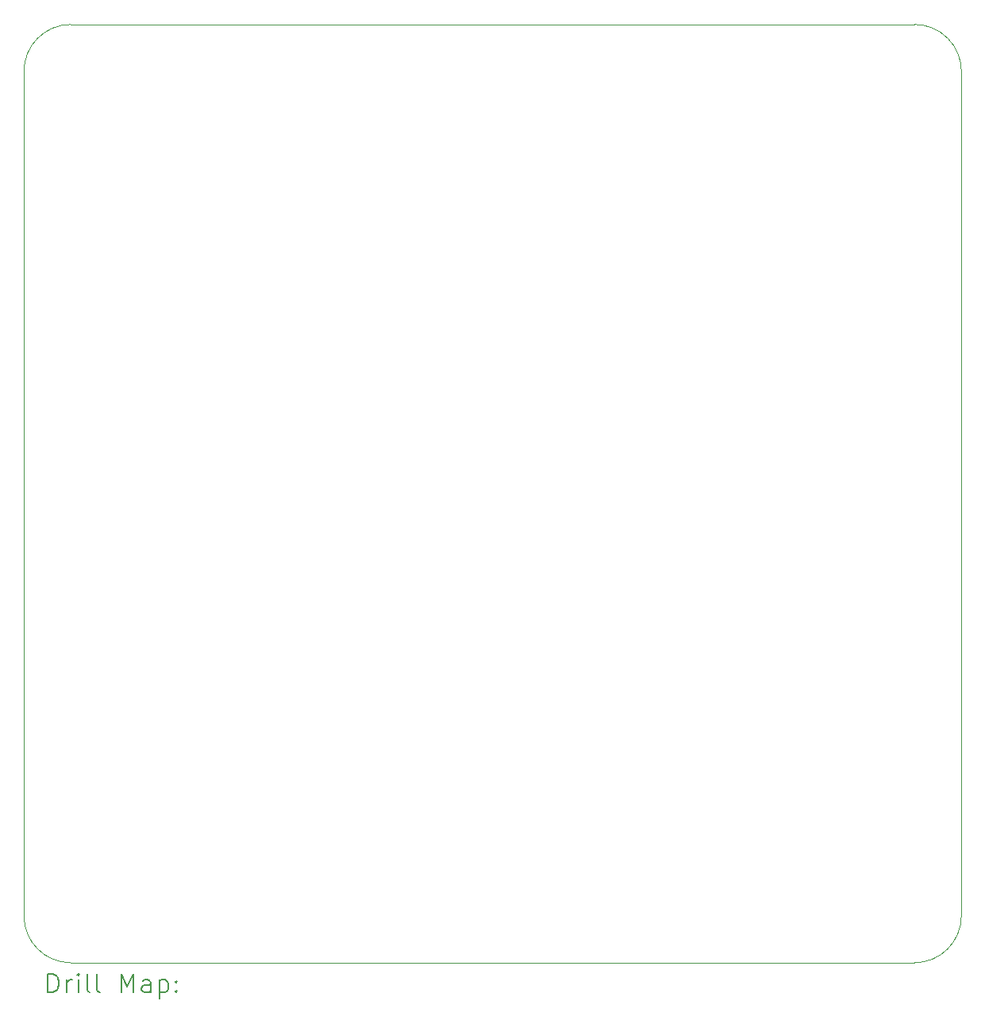
<source format=gbr>
%TF.GenerationSoftware,KiCad,Pcbnew,7.0.8*%
%TF.CreationDate,2023-10-17T14:22:27+02:00*%
%TF.ProjectId,Lines,4c696e65-732e-46b6-9963-61645f706362,1.0c*%
%TF.SameCoordinates,Original*%
%TF.FileFunction,Drillmap*%
%TF.FilePolarity,Positive*%
%FSLAX45Y45*%
G04 Gerber Fmt 4.5, Leading zero omitted, Abs format (unit mm)*
G04 Created by KiCad (PCBNEW 7.0.8) date 2023-10-17 14:22:27*
%MOMM*%
%LPD*%
G01*
G04 APERTURE LIST*
%ADD10C,0.100000*%
%ADD11C,0.200000*%
G04 APERTURE END LIST*
D10*
X15133500Y-4119500D02*
X15133500Y-13119500D01*
X5133500Y-13119500D02*
G75*
G03*
X5633500Y-13619500I500000J0D01*
G01*
X14633500Y-13619500D02*
G75*
G03*
X15133500Y-13119500I0J500000D01*
G01*
X5633500Y-3619500D02*
X14633500Y-3619500D01*
X14633500Y-13619500D02*
X5633500Y-13619500D01*
X5133500Y-13119500D02*
X5133500Y-4119500D01*
X15133500Y-4119500D02*
G75*
G03*
X14633500Y-3619500I-500000J0D01*
G01*
X5633500Y-3619500D02*
G75*
G03*
X5133500Y-4119500I0J-500000D01*
G01*
D11*
X5389277Y-13935984D02*
X5389277Y-13735984D01*
X5389277Y-13735984D02*
X5436896Y-13735984D01*
X5436896Y-13735984D02*
X5465467Y-13745508D01*
X5465467Y-13745508D02*
X5484515Y-13764555D01*
X5484515Y-13764555D02*
X5494039Y-13783603D01*
X5494039Y-13783603D02*
X5503563Y-13821698D01*
X5503563Y-13821698D02*
X5503563Y-13850269D01*
X5503563Y-13850269D02*
X5494039Y-13888365D01*
X5494039Y-13888365D02*
X5484515Y-13907412D01*
X5484515Y-13907412D02*
X5465467Y-13926460D01*
X5465467Y-13926460D02*
X5436896Y-13935984D01*
X5436896Y-13935984D02*
X5389277Y-13935984D01*
X5589277Y-13935984D02*
X5589277Y-13802650D01*
X5589277Y-13840746D02*
X5598801Y-13821698D01*
X5598801Y-13821698D02*
X5608324Y-13812174D01*
X5608324Y-13812174D02*
X5627372Y-13802650D01*
X5627372Y-13802650D02*
X5646420Y-13802650D01*
X5713086Y-13935984D02*
X5713086Y-13802650D01*
X5713086Y-13735984D02*
X5703562Y-13745508D01*
X5703562Y-13745508D02*
X5713086Y-13755031D01*
X5713086Y-13755031D02*
X5722610Y-13745508D01*
X5722610Y-13745508D02*
X5713086Y-13735984D01*
X5713086Y-13735984D02*
X5713086Y-13755031D01*
X5836896Y-13935984D02*
X5817848Y-13926460D01*
X5817848Y-13926460D02*
X5808324Y-13907412D01*
X5808324Y-13907412D02*
X5808324Y-13735984D01*
X5941658Y-13935984D02*
X5922610Y-13926460D01*
X5922610Y-13926460D02*
X5913086Y-13907412D01*
X5913086Y-13907412D02*
X5913086Y-13735984D01*
X6170229Y-13935984D02*
X6170229Y-13735984D01*
X6170229Y-13735984D02*
X6236896Y-13878841D01*
X6236896Y-13878841D02*
X6303562Y-13735984D01*
X6303562Y-13735984D02*
X6303562Y-13935984D01*
X6484515Y-13935984D02*
X6484515Y-13831222D01*
X6484515Y-13831222D02*
X6474991Y-13812174D01*
X6474991Y-13812174D02*
X6455943Y-13802650D01*
X6455943Y-13802650D02*
X6417848Y-13802650D01*
X6417848Y-13802650D02*
X6398801Y-13812174D01*
X6484515Y-13926460D02*
X6465467Y-13935984D01*
X6465467Y-13935984D02*
X6417848Y-13935984D01*
X6417848Y-13935984D02*
X6398801Y-13926460D01*
X6398801Y-13926460D02*
X6389277Y-13907412D01*
X6389277Y-13907412D02*
X6389277Y-13888365D01*
X6389277Y-13888365D02*
X6398801Y-13869317D01*
X6398801Y-13869317D02*
X6417848Y-13859793D01*
X6417848Y-13859793D02*
X6465467Y-13859793D01*
X6465467Y-13859793D02*
X6484515Y-13850269D01*
X6579753Y-13802650D02*
X6579753Y-14002650D01*
X6579753Y-13812174D02*
X6598801Y-13802650D01*
X6598801Y-13802650D02*
X6636896Y-13802650D01*
X6636896Y-13802650D02*
X6655943Y-13812174D01*
X6655943Y-13812174D02*
X6665467Y-13821698D01*
X6665467Y-13821698D02*
X6674991Y-13840746D01*
X6674991Y-13840746D02*
X6674991Y-13897888D01*
X6674991Y-13897888D02*
X6665467Y-13916936D01*
X6665467Y-13916936D02*
X6655943Y-13926460D01*
X6655943Y-13926460D02*
X6636896Y-13935984D01*
X6636896Y-13935984D02*
X6598801Y-13935984D01*
X6598801Y-13935984D02*
X6579753Y-13926460D01*
X6760705Y-13916936D02*
X6770229Y-13926460D01*
X6770229Y-13926460D02*
X6760705Y-13935984D01*
X6760705Y-13935984D02*
X6751182Y-13926460D01*
X6751182Y-13926460D02*
X6760705Y-13916936D01*
X6760705Y-13916936D02*
X6760705Y-13935984D01*
X6760705Y-13812174D02*
X6770229Y-13821698D01*
X6770229Y-13821698D02*
X6760705Y-13831222D01*
X6760705Y-13831222D02*
X6751182Y-13821698D01*
X6751182Y-13821698D02*
X6760705Y-13812174D01*
X6760705Y-13812174D02*
X6760705Y-13831222D01*
M02*

</source>
